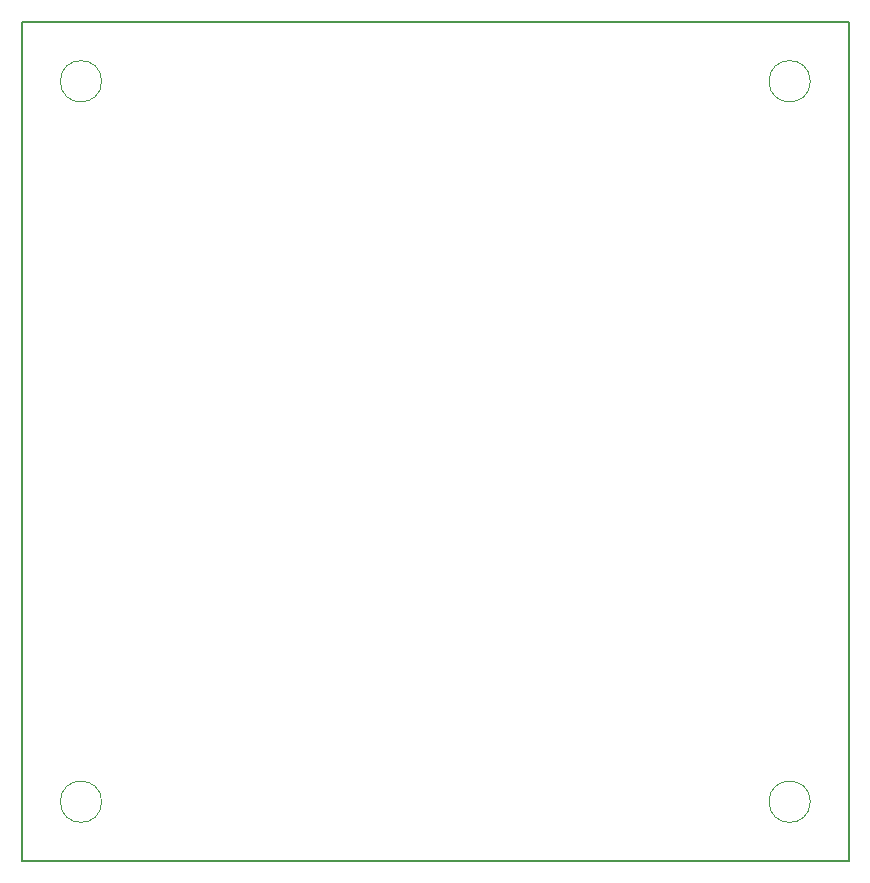
<source format=gbr>
%TF.GenerationSoftware,KiCad,Pcbnew,8.0.4*%
%TF.CreationDate,2025-02-21T19:34:28-08:00*%
%TF.ProjectId,IO:Sensor Board,494f3a53-656e-4736-9f72-20426f617264,rev?*%
%TF.SameCoordinates,Original*%
%TF.FileFunction,Profile,NP*%
%FSLAX46Y46*%
G04 Gerber Fmt 4.6, Leading zero omitted, Abs format (unit mm)*
G04 Created by KiCad (PCBNEW 8.0.4) date 2025-02-21 19:34:28*
%MOMM*%
%LPD*%
G01*
G04 APERTURE LIST*
%TA.AperFunction,Profile*%
%ADD10C,0.200000*%
%TD*%
%TA.AperFunction,Profile*%
%ADD11C,0.050000*%
%TD*%
G04 APERTURE END LIST*
D10*
X130000000Y-66000000D02*
X200000000Y-66000000D01*
X200000000Y-137000000D01*
X130000000Y-137000000D01*
X130000000Y-66000000D01*
D11*
X136750000Y-71000000D02*
G75*
G02*
X133250000Y-71000000I-1750000J0D01*
G01*
X133250000Y-71000000D02*
G75*
G02*
X136750000Y-71000000I1750000J0D01*
G01*
X136750000Y-132000000D02*
G75*
G02*
X133250000Y-132000000I-1750000J0D01*
G01*
X133250000Y-132000000D02*
G75*
G02*
X136750000Y-132000000I1750000J0D01*
G01*
X196750000Y-132000000D02*
G75*
G02*
X193250000Y-132000000I-1750000J0D01*
G01*
X193250000Y-132000000D02*
G75*
G02*
X196750000Y-132000000I1750000J0D01*
G01*
X196750000Y-71000000D02*
G75*
G02*
X193250000Y-71000000I-1750000J0D01*
G01*
X193250000Y-71000000D02*
G75*
G02*
X196750000Y-71000000I1750000J0D01*
G01*
M02*

</source>
